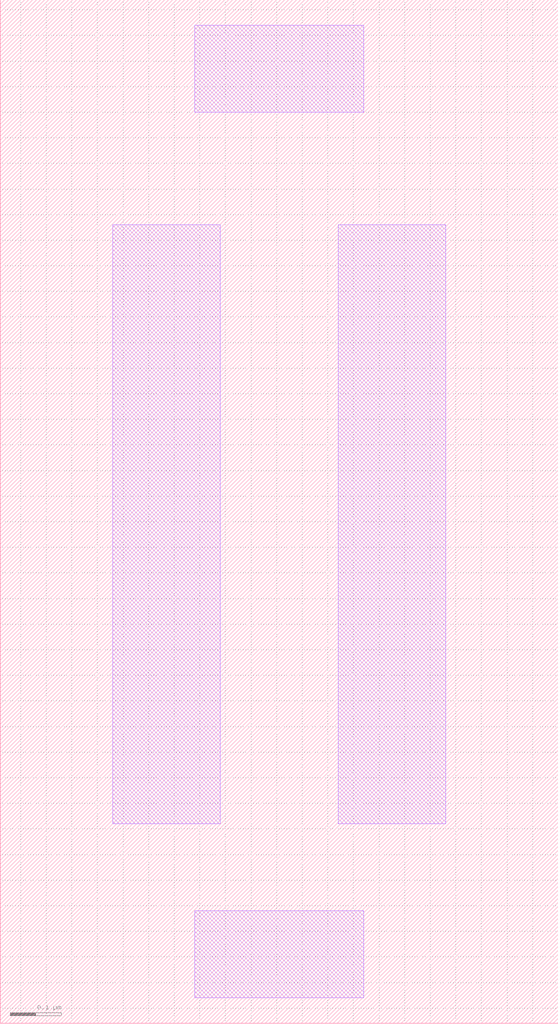
<source format=lef>
VERSION 5.7 ;
  NOWIREEXTENSIONATPIN ON ;
  DIVIDERCHAR "/" ;
  BUSBITCHARS "[]" ;
MACRO transgate
  CLASS BLOCK ;
  FOREIGN transgate ;
  ORIGIN 0.340 0.730 ;
  SIZE 1.090 BY 2.000 ;
  OBS
      LAYER li1 ;
        RECT 0.040 1.050 0.370 1.220 ;
        RECT -0.120 -0.340 0.090 0.830 ;
        RECT 0.320 -0.340 0.530 0.830 ;
        RECT 0.040 -0.680 0.370 -0.510 ;
  END
END transgate
END LIBRARY


</source>
